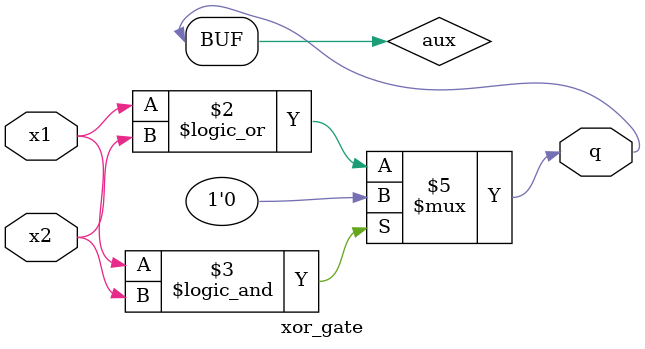
<source format=v>

module xor_gate(
input wire x1,
input wire x2,
output wire q
);

reg aux;
assign q = aux;
always@(*)
begin
  aux = x1 || x2;
  if(x1&&x2)
    aux = 1'b0;
end

endmodule

</source>
